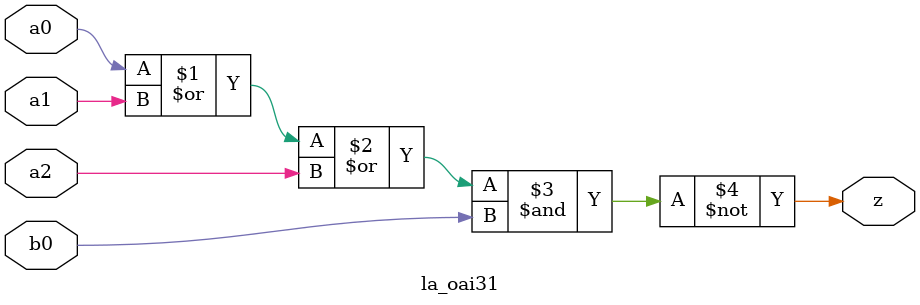
<source format=v>

module la_oai31 #(parameter PROP = "DEFAULT")   (
    input  a0,
    input  a1,
    input  a2,
    input  b0,
    output z
    );

   assign z = ~((a0 | a1 | a2) & b0);

endmodule

</source>
